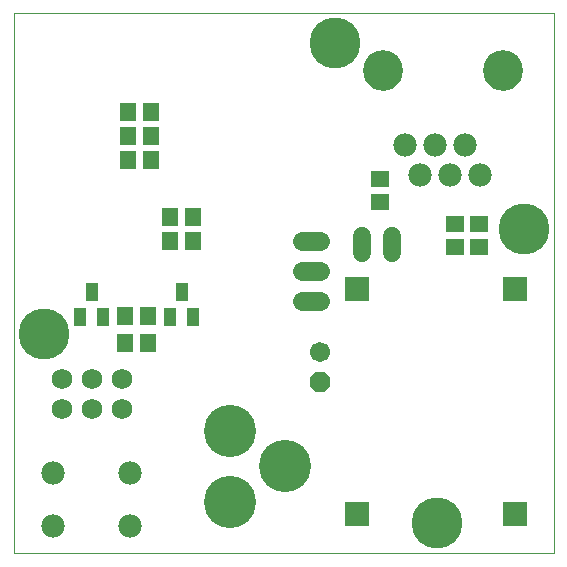
<source format=gbs>
G75*
G70*
%OFA0B0*%
%FSLAX24Y24*%
%IPPOS*%
%LPD*%
%AMOC8*
5,1,8,0,0,1.08239X$1,22.5*
%
%ADD10C,0.0000*%
%ADD11C,0.0780*%
%ADD12C,0.1320*%
%ADD13R,0.0800X0.0800*%
%ADD14OC8,0.0670*%
%ADD15C,0.0670*%
%ADD16C,0.1740*%
%ADD17R,0.0631X0.0552*%
%ADD18R,0.0434X0.0591*%
%ADD19R,0.0552X0.0631*%
%ADD20C,0.0600*%
%ADD21C,0.0640*%
%ADD22C,0.0680*%
%ADD23C,0.1700*%
D10*
X000280Y001800D02*
X000280Y019800D01*
X018280Y019800D01*
X018280Y001800D01*
X000280Y001800D01*
X011940Y017900D02*
X011942Y017950D01*
X011948Y018000D01*
X011958Y018049D01*
X011971Y018098D01*
X011989Y018145D01*
X012010Y018191D01*
X012034Y018234D01*
X012062Y018276D01*
X012093Y018316D01*
X012127Y018353D01*
X012164Y018387D01*
X012204Y018418D01*
X012246Y018446D01*
X012289Y018470D01*
X012335Y018491D01*
X012382Y018509D01*
X012431Y018522D01*
X012480Y018532D01*
X012530Y018538D01*
X012580Y018540D01*
X012630Y018538D01*
X012680Y018532D01*
X012729Y018522D01*
X012778Y018509D01*
X012825Y018491D01*
X012871Y018470D01*
X012914Y018446D01*
X012956Y018418D01*
X012996Y018387D01*
X013033Y018353D01*
X013067Y018316D01*
X013098Y018276D01*
X013126Y018234D01*
X013150Y018191D01*
X013171Y018145D01*
X013189Y018098D01*
X013202Y018049D01*
X013212Y018000D01*
X013218Y017950D01*
X013220Y017900D01*
X013218Y017850D01*
X013212Y017800D01*
X013202Y017751D01*
X013189Y017702D01*
X013171Y017655D01*
X013150Y017609D01*
X013126Y017566D01*
X013098Y017524D01*
X013067Y017484D01*
X013033Y017447D01*
X012996Y017413D01*
X012956Y017382D01*
X012914Y017354D01*
X012871Y017330D01*
X012825Y017309D01*
X012778Y017291D01*
X012729Y017278D01*
X012680Y017268D01*
X012630Y017262D01*
X012580Y017260D01*
X012530Y017262D01*
X012480Y017268D01*
X012431Y017278D01*
X012382Y017291D01*
X012335Y017309D01*
X012289Y017330D01*
X012246Y017354D01*
X012204Y017382D01*
X012164Y017413D01*
X012127Y017447D01*
X012093Y017484D01*
X012062Y017524D01*
X012034Y017566D01*
X012010Y017609D01*
X011989Y017655D01*
X011971Y017702D01*
X011958Y017751D01*
X011948Y017800D01*
X011942Y017850D01*
X011940Y017900D01*
X015940Y017900D02*
X015942Y017950D01*
X015948Y018000D01*
X015958Y018049D01*
X015971Y018098D01*
X015989Y018145D01*
X016010Y018191D01*
X016034Y018234D01*
X016062Y018276D01*
X016093Y018316D01*
X016127Y018353D01*
X016164Y018387D01*
X016204Y018418D01*
X016246Y018446D01*
X016289Y018470D01*
X016335Y018491D01*
X016382Y018509D01*
X016431Y018522D01*
X016480Y018532D01*
X016530Y018538D01*
X016580Y018540D01*
X016630Y018538D01*
X016680Y018532D01*
X016729Y018522D01*
X016778Y018509D01*
X016825Y018491D01*
X016871Y018470D01*
X016914Y018446D01*
X016956Y018418D01*
X016996Y018387D01*
X017033Y018353D01*
X017067Y018316D01*
X017098Y018276D01*
X017126Y018234D01*
X017150Y018191D01*
X017171Y018145D01*
X017189Y018098D01*
X017202Y018049D01*
X017212Y018000D01*
X017218Y017950D01*
X017220Y017900D01*
X017218Y017850D01*
X017212Y017800D01*
X017202Y017751D01*
X017189Y017702D01*
X017171Y017655D01*
X017150Y017609D01*
X017126Y017566D01*
X017098Y017524D01*
X017067Y017484D01*
X017033Y017447D01*
X016996Y017413D01*
X016956Y017382D01*
X016914Y017354D01*
X016871Y017330D01*
X016825Y017309D01*
X016778Y017291D01*
X016729Y017278D01*
X016680Y017268D01*
X016630Y017262D01*
X016580Y017260D01*
X016530Y017262D01*
X016480Y017268D01*
X016431Y017278D01*
X016382Y017291D01*
X016335Y017309D01*
X016289Y017330D01*
X016246Y017354D01*
X016204Y017382D01*
X016164Y017413D01*
X016127Y017447D01*
X016093Y017484D01*
X016062Y017524D01*
X016034Y017566D01*
X016010Y017609D01*
X015989Y017655D01*
X015971Y017702D01*
X015958Y017751D01*
X015948Y017800D01*
X015942Y017850D01*
X015940Y017900D01*
D11*
X015330Y015400D03*
X014330Y015400D03*
X013830Y014400D03*
X014830Y014400D03*
X015830Y014400D03*
X013330Y015400D03*
X004160Y004490D03*
X004160Y002710D03*
X001600Y002710D03*
X001600Y004490D03*
D12*
X012580Y017900D03*
X016580Y017900D03*
D13*
X016980Y010600D03*
X011730Y010600D03*
X011730Y003100D03*
X016980Y003100D03*
D14*
X010480Y007500D03*
D15*
X010480Y008500D03*
D16*
X007480Y005894D03*
X009330Y004713D03*
X007480Y003531D03*
D17*
X014980Y012026D03*
X014980Y012774D03*
X015780Y012774D03*
X015780Y012026D03*
X012480Y013526D03*
X012480Y014274D03*
D18*
X006254Y009667D03*
X005506Y009667D03*
X005880Y010533D03*
X003254Y009667D03*
X002506Y009667D03*
X002880Y010533D03*
D19*
X004006Y009700D03*
X004754Y009700D03*
X004754Y008800D03*
X004006Y008800D03*
X005506Y012200D03*
X006254Y012200D03*
X006254Y013000D03*
X005506Y013000D03*
X004854Y014900D03*
X004854Y015700D03*
X004106Y015700D03*
X004106Y014900D03*
X004106Y016500D03*
X004854Y016500D03*
D20*
X011880Y012380D02*
X011880Y011820D01*
X012880Y011820D02*
X012880Y012380D01*
D21*
X010480Y012200D02*
X009880Y012200D01*
X009880Y011200D02*
X010480Y011200D01*
X010480Y010200D02*
X009880Y010200D01*
D22*
X003880Y007600D03*
X003880Y006600D03*
X002880Y006600D03*
X002880Y007600D03*
X001880Y007600D03*
X001880Y006600D03*
D23*
X001280Y009100D03*
X010980Y018800D03*
X017280Y012600D03*
X014380Y002800D03*
M02*

</source>
